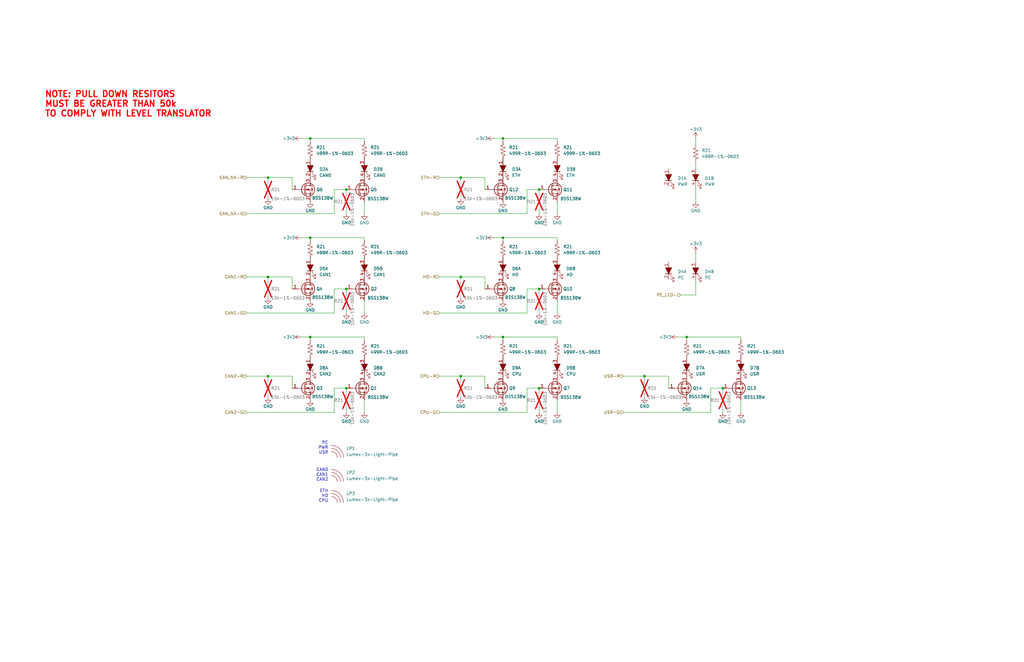
<source format=kicad_sch>
(kicad_sch (version 20231120) (generator "eeschema") (generator_version "8.0")
  (paper "B")
  (title_block (title "NX Indicator Board") (date "2023-08-28") (rev "1") (company "971 Spartan Robotics"))
  (lib_symbols
    (symbol "Device:R_US" (pin_numbers hide) (pin_names (offset 0))
      (property "Reference" "R" (at 2.54 0 90))
      (property "Value" "R_US" (at -2.54 0 90))
      (symbol "R_US_1_1"
        (pin passive line (at 0 3.81 270) (length 1.27) (name "~") (number "1"))
        (pin passive line (at 0 -3.81 90) (length 1.27) (name "~") (number "2"))
      )
    )
    (symbol "NX-IndicatorBoard:Lumex-3x-Light-Pipe" (pin_numbers hide) (pin_names (offset 0) hide)
      (property "Reference" "LP" (at 0 0 0))
      (property "Value" "Lumex-3x-Light-Pipe" (at 0 0 0))
    )
    (symbol "NX-IndicatorBoard:SunLED-Dual-LED" (pin_names (offset 1.016) hide)
      (property "Reference" "D" (at 0 2.54 0))
      (property "Value" "LED" (at 0 -2.54 0))
      (symbol "SunLED-Dual-LED_1_1"
        (pin passive line (at 3.81 0 180) (length 2.54) (name "RedA") (number "1"))
        (pin passive line (at -3.81 0 0) (length 2.54) (name "Red-K") (number "2"))
      )
      (symbol "SunLED-Dual-LED_2_1"
        (pin passive line (at 3.81 0 180) (length 2.54) (name "Green-A") (number "3"))
        (pin passive line (at -3.81 0 0) (length 2.54) (name "Green-K") (number "4"))
      )
    )
    (symbol "Transistor_FET:BSS138" (pin_names hide)
      (property "Reference" "Q" (at 5.08 1.905 0))
      (property "Value" "BSS138" (at 5.08 0 0))
      (symbol "BSS138_1_1"
        (pin input line (at -5.08 0 0) (length 2.54) (name "G") (number "1"))
        (pin passive line (at 2.54 -5.08 90) (length 2.54) (name "S") (number "2"))
        (pin passive line (at 2.54 5.08 270) (length 2.54) (name "D") (number "3"))
      )
    )
    (symbol "power:+3V3" (power) (pin_names (offset 0))
      (property "Value" "+3V3" (at 0 3.556 0))
      (symbol "+3V3_1_1"
        (pin power_in line (at 0 0 90) (length 0) hide (name "+3V3") (number "1"))
      )
    )
    (symbol "power:GND" (power) (pin_names (offset 0))
      (property "Value" "GND" (at 0 -3.81 0))
      (symbol "GND_1_1"
        (pin power_in line (at 0 0 270) (length 0) hide (name "GND") (number "1"))
      )
    )
  )
  (junction (at 194.31 74.93))
  (junction (at 113.03 116.84))
  (junction (at 212.09 58.42))
  (junction (at 194.31 158.75))
  (junction (at 227.33 80.01))
  (junction (at 227.33 163.83))
  (junction (at 146.05 163.83))
  (junction (at 289.56 142.24))
  (junction (at 304.8 163.83))
  (junction (at 130.81 58.42))
  (junction (at 146.05 80.01))
  (junction (at 271.78 158.75))
  (junction (at 146.05 121.92))
  (junction (at 130.81 100.33))
  (junction (at 212.09 100.33))
  (junction (at 194.31 116.84))
  (junction (at 130.81 142.24))
  (junction (at 212.09 142.24))
  (junction (at 227.33 121.92))
  (junction (at 113.03 74.93))
  (junction (at 113.03 158.75))
  (wire (pts (xy 271.78 158.75) (xy 271.78 160.02)))
  (wire (pts (xy 113.03 116.84) (xy 113.03 118.11)))
  (wire (pts (xy 185.42 116.84) (xy 194.31 116.84)))
  (wire (pts (xy 293.37 110.49) (xy 293.37 106.68)))
  (wire (pts (xy 146.05 173.99) (xy 146.05 172.72)))
  (wire (pts (xy 185.42 74.93) (xy 194.31 74.93)))
  (wire (pts (xy 234.95 85.09) (xy 234.95 90.17)))
  (wire (pts (xy 113.03 74.93) (xy 123.19 74.93)))
  (wire (pts (xy 127 100.33) (xy 130.81 100.33)))
  (wire (pts (xy 153.67 100.33) (xy 153.67 101.6)))
  (wire (pts (xy 262.89 158.75) (xy 271.78 158.75)))
  (wire (pts (xy 234.95 100.33) (xy 234.95 101.6)))
  (wire (pts (xy 104.14 116.84) (xy 113.03 116.84)))
  (wire (pts (xy 289.56 142.24) (xy 289.56 143.51)))
  (wire (pts (xy 287.02 124.46) (xy 293.37 124.46)))
  (wire (pts (xy 146.05 80.01) (xy 140.97 80.01)))
  (wire (pts (xy 234.95 142.24) (xy 234.95 143.51)))
  (wire (pts (xy 227.33 80.01) (xy 222.25 80.01)))
  (wire (pts (xy 104.14 74.93) (xy 113.03 74.93)))
  (wire (pts (xy 123.19 74.93) (xy 123.19 80.01)))
  (wire (pts (xy 146.05 81.28) (xy 146.05 80.01)))
  (wire (pts (xy 227.33 81.28) (xy 227.33 80.01)))
  (wire (pts (xy 312.42 142.24) (xy 312.42 143.51)))
  (wire (pts (xy 140.97 163.83) (xy 140.97 173.99)))
  (wire (pts (xy 185.42 173.99) (xy 222.25 173.99)))
  (wire (pts (xy 234.95 168.91) (xy 234.95 173.99)))
  (wire (pts (xy 146.05 165.1) (xy 146.05 163.83)))
  (wire (pts (xy 153.67 142.24) (xy 153.67 143.51)))
  (wire (pts (xy 293.37 71.12) (xy 293.37 68.58)))
  (wire (pts (xy 271.78 158.75) (xy 281.94 158.75)))
  (wire (pts (xy 146.05 90.17) (xy 146.05 88.9)))
  (wire (pts (xy 222.25 163.83) (xy 222.25 173.99)))
  (wire (pts (xy 208.28 100.33) (xy 212.09 100.33)))
  (wire (pts (xy 130.81 100.33) (xy 130.81 101.6)))
  (wire (pts (xy 194.31 74.93) (xy 194.31 76.2)))
  (wire (pts (xy 222.25 121.92) (xy 222.25 132.08)))
  (wire (pts (xy 227.33 132.08) (xy 227.33 130.81)))
  (wire (pts (xy 293.37 78.74) (xy 293.37 85.09)))
  (wire (pts (xy 227.33 163.83) (xy 222.25 163.83)))
  (wire (pts (xy 289.56 142.24) (xy 312.42 142.24)))
  (wire (pts (xy 104.14 132.08) (xy 140.97 132.08)))
  (wire (pts (xy 212.09 58.42) (xy 234.95 58.42)))
  (wire (pts (xy 113.03 74.93) (xy 113.03 76.2)))
  (wire (pts (xy 227.33 165.1) (xy 227.33 163.83)))
  (wire (pts (xy 194.31 158.75) (xy 204.47 158.75)))
  (wire (pts (xy 212.09 100.33) (xy 234.95 100.33)))
  (wire (pts (xy 123.19 116.84) (xy 123.19 121.92)))
  (wire (pts (xy 194.31 158.75) (xy 194.31 160.02)))
  (wire (pts (xy 130.81 142.24) (xy 153.67 142.24)))
  (wire (pts (xy 212.09 100.33) (xy 212.09 101.6)))
  (wire (pts (xy 212.09 142.24) (xy 212.09 143.51)))
  (wire (pts (xy 104.14 90.17) (xy 140.97 90.17)))
  (wire (pts (xy 227.33 173.99) (xy 227.33 172.72)))
  (wire (pts (xy 212.09 58.42) (xy 212.09 59.69)))
  (wire (pts (xy 194.31 116.84) (xy 194.31 118.11)))
  (wire (pts (xy 113.03 158.75) (xy 113.03 160.02)))
  (wire (pts (xy 222.25 80.01) (xy 222.25 90.17)))
  (wire (pts (xy 304.8 163.83) (xy 299.72 163.83)))
  (wire (pts (xy 227.33 123.19) (xy 227.33 121.92)))
  (wire (pts (xy 130.81 142.24) (xy 130.81 143.51)))
  (wire (pts (xy 194.31 74.93) (xy 204.47 74.93)))
  (wire (pts (xy 204.47 158.75) (xy 204.47 163.83)))
  (wire (pts (xy 146.05 163.83) (xy 140.97 163.83)))
  (wire (pts (xy 113.03 116.84) (xy 123.19 116.84)))
  (wire (pts (xy 153.67 58.42) (xy 153.67 59.69)))
  (wire (pts (xy 185.42 90.17) (xy 222.25 90.17)))
  (wire (pts (xy 113.03 158.75) (xy 123.19 158.75)))
  (wire (pts (xy 208.28 142.24) (xy 212.09 142.24)))
  (wire (pts (xy 299.72 163.83) (xy 299.72 173.99)))
  (wire (pts (xy 227.33 90.17) (xy 227.33 88.9)))
  (wire (pts (xy 212.09 142.24) (xy 234.95 142.24)))
  (wire (pts (xy 304.8 165.1) (xy 304.8 163.83)))
  (wire (pts (xy 104.14 173.99) (xy 140.97 173.99)))
  (wire (pts (xy 127 142.24) (xy 130.81 142.24)))
  (wire (pts (xy 312.42 168.91) (xy 312.42 173.99)))
  (wire (pts (xy 234.95 127) (xy 234.95 132.08)))
  (wire (pts (xy 185.42 132.08) (xy 222.25 132.08)))
  (wire (pts (xy 262.89 173.99) (xy 299.72 173.99)))
  (wire (pts (xy 130.81 100.33) (xy 153.67 100.33)))
  (wire (pts (xy 146.05 121.92) (xy 140.97 121.92)))
  (wire (pts (xy 123.19 158.75) (xy 123.19 163.83)))
  (wire (pts (xy 194.31 116.84) (xy 204.47 116.84)))
  (wire (pts (xy 185.42 158.75) (xy 194.31 158.75)))
  (wire (pts (xy 146.05 123.19) (xy 146.05 121.92)))
  (wire (pts (xy 146.05 132.08) (xy 146.05 130.81)))
  (wire (pts (xy 234.95 58.42) (xy 234.95 59.69)))
  (wire (pts (xy 285.75 142.24) (xy 289.56 142.24)))
  (wire (pts (xy 130.81 58.42) (xy 153.67 58.42)))
  (wire (pts (xy 153.67 168.91) (xy 153.67 173.99)))
  (wire (pts (xy 153.67 127) (xy 153.67 132.08)))
  (wire (pts (xy 304.8 173.99) (xy 304.8 172.72)))
  (wire (pts (xy 140.97 121.92) (xy 140.97 132.08)))
  (wire (pts (xy 208.28 58.42) (xy 212.09 58.42)))
  (wire (pts (xy 104.14 158.75) (xy 113.03 158.75)))
  (wire (pts (xy 204.47 74.93) (xy 204.47 80.01)))
  (wire (pts (xy 227.33 121.92) (xy 222.25 121.92)))
  (wire (pts (xy 153.67 85.09) (xy 153.67 90.17)))
  (wire (pts (xy 281.94 158.75) (xy 281.94 163.83)))
  (wire (pts (xy 293.37 58.42) (xy 293.37 60.96)))
  (wire (pts (xy 127 58.42) (xy 130.81 58.42)))
  (wire (pts (xy 140.97 80.01) (xy 140.97 90.17)))
  (wire (pts (xy 293.37 118.11) (xy 293.37 124.46)))
  (wire (pts (xy 130.81 58.42) (xy 130.81 59.69)))
  (wire (pts (xy 204.47 116.84) (xy 204.47 121.92)))
  (text "CAN0\nCAN1\nCAN2" (at 138.43 203.2 0) (effects (font (size 1.27 1.27)) (justify right bottom)))
  (text "PC\nPWR\nUSR" (at 138.43 191.77 0) (effects (font (size 1.27 1.27)) (justify right bottom)))
  (text "ETH\nHD\nCPU\n" (at 138.43 212.09 0) (effects (font (size 1.27 1.27)) (justify right bottom)))
  (text "NOTE: PULL DOWN RESITORS\nMUST BE GREATER THAN 50k\nTO COMPLY WITH LEVEL TRANSLATOR" (at 18.796 43.942 0) (effects (font (size 2.54 2.54) (thickness 0.508) (bold yes)) (justify left)))
  (hierarchical_label "CAN_NX-G" (shape input) (at 104.14 90.17 180))
  (hierarchical_label "HD-G" (shape input) (at 185.42 132.08 180))
  (hierarchical_label "USR-G" (shape input) (at 262.89 173.99 180))
  (hierarchical_label "USR-R" (shape input) (at 262.89 158.75 180))
  (hierarchical_label "PC_LED-" (shape input) (at 287.02 124.46 180))
  (hierarchical_label "CPU-G" (shape input) (at 185.42 173.99 180))
  (hierarchical_label "CAN2-G" (shape input) (at 104.14 173.99 180))
  (hierarchical_label "CAN1-R" (shape input) (at 104.14 116.84 180))
  (hierarchical_label "ETH-R" (shape input) (at 185.42 74.93 180))
  (hierarchical_label "CAN2-R" (shape input) (at 104.14 158.75 180))
  (hierarchical_label "CPU-R" (shape input) (at 185.42 158.75 180))
  (hierarchical_label "CAN_NX-R" (shape input) (at 104.14 74.93 180))
  (hierarchical_label "HD-R" (shape input) (at 185.42 116.84 180))
  (hierarchical_label "ETH-G" (shape input) (at 185.42 90.17 180))
  (hierarchical_label "CAN1-G" (shape input) (at 104.14 132.08 180))
  (symbol (lib_id "Device:R_US") (at 130.81 147.32 0) (mirror x) (unit 1)
    (property "Reference" "R21" (at 133.35 146.05 0) (effects (justify left)))
    (property "Value" "499R-1%-0603" (at 133.35 148.59 0) (effects (justify left)))
    (property "Footprint" "Resistor_SMD:R_0603_1608Metric" (effects (hide yes)))
    (property "Datasheet" "Components/Yageo-PYu-RC_Group_51_RoHS_L_12.pdf" (effects (hide yes)))
    (property "DIST" "Digikey" (effects (hide yes)))
    (instances (project "IMU-2X" (path "" (reference "R21") (unit 1)) (path "" (reference "R26") (unit 1))) (project "NX-IndicatorBoard" (path "" (reference "R27") (unit 1))))
  )
  (symbol (lib_id "power:GND") (at 227.33 173.99 0) (unit 1)
    (property "Reference" "#PWR039" (effects (hide yes)))
    (property "Value" "GND" (at 227.33 177.8 0))
  )
  (symbol (lib_id "Device:R_US") (at 113.03 80.01 0) (mirror x) (unit 1) (dnp yes)
    (property "Reference" "R21" (at 114.3 80.01 0) (effects (justify left)))
    (property "Value" "10k-1%-0603" (at 114.3 83.82 0) (effects (justify left)))
    (property "Footprint" "Resistor_SMD:R_0603_1608Metric" (effects (hide yes)))
    (property "Datasheet" "Components/Yageo-PYu-RC_Group_51_RoHS_L_12.pdf" (effects (hide yes)))
    (property "DIST" "Digikey" (effects (hide yes)))
    (instances (project "IMU-2X" (path "" (reference "R21") (unit 1)) (path "" (reference "R26") (unit 1))) (project "NX-IndicatorBoard" (path "" (reference "R6") (unit 1))))
  )
  (symbol (lib_id "power:+3V3") (at 285.75 142.24 90) (mirror x) (unit 1)
    (property "Reference" "#PWR044" (effects (hide yes)))
    (property "Value" "+3V3" (at 283.21 142.24 90) (effects (justify left)))
  )
  (symbol (lib_id "Device:R_US") (at 234.95 105.41 0) (mirror x) (unit 1)
    (property "Reference" "R21" (at 237.49 104.14 0) (effects (justify left)))
    (property "Value" "499R-1%-0603" (at 237.49 106.68 0) (effects (justify left)))
    (property "Footprint" "Resistor_SMD:R_0603_1608Metric" (effects (hide yes)))
    (property "Datasheet" "Components/Yageo-PYu-RC_Group_51_RoHS_L_12.pdf" (effects (hide yes)))
    (property "DIST" "Digikey" (effects (hide yes)))
    (instances (project "IMU-2X" (path "" (reference "R21") (unit 1)) (path "" (reference "R26") (unit 1))) (project "NX-IndicatorBoard" (path "" (reference "R20") (unit 1))))
  )
  (symbol (lib_id "NX-IndicatorBoard:SunLED-Dual-LED") (at 312.42 154.94 90) (unit 2)
    (property "Reference" "D7" (at 316.23 155.2575 90) (effects (justify right)))
    (property "Value" "USR" (at 316.23 157.7975 90) (effects (justify right)))
    (property "Footprint" "NX-IndicatorBoard:LED_SunLED_XZMDKVG55W-8" (effects (hide yes)))
    (property "Datasheet" "Components/SunLED-XZMDKVG55W-8.pdf" (effects (hide yes)))
    (property "MFG" "SunLED" (effects (hide yes)))
    (property "MFG P/N" "XZMDKVG55W-8" (effects (hide yes)))
    (property "DIST" "Digikey" (effects (hide yes)))
    (property "DIST P/N" "1497-1183-1-ND" (effects (hide yes)))
  )
  (symbol (lib_id "NX-IndicatorBoard:SunLED-Dual-LED") (at 153.67 113.03 90) (unit 2)
    (property "Reference" "D5" (at 157.48 113.3475 90) (effects (justify right)))
    (property "Value" "CAN1" (at 157.48 115.8875 90) (effects (justify right)))
    (property "Footprint" "NX-IndicatorBoard:LED_SunLED_XZMDKVG55W-8" (effects (hide yes)))
    (property "Datasheet" "Components/SunLED-XZMDKVG55W-8.pdf" (effects (hide yes)))
    (property "MFG" "SunLED" (effects (hide yes)))
    (property "MFG P/N" "XZMDKVG55W-8" (effects (hide yes)))
    (property "DIST" "Digikey" (effects (hide yes)))
    (property "DIST P/N" "1497-1183-1-ND" (effects (hide yes)))
  )
  (symbol (lib_id "power:GND") (at 312.42 173.99 0) (unit 1)
    (property "Reference" "#PWR047" (effects (hide yes)))
    (property "Value" "GND" (at 312.42 177.8 0))
  )
  (symbol (lib_id "Device:R_US") (at 130.81 63.5 0) (mirror x) (unit 1)
    (property "Reference" "R21" (at 133.35 62.23 0) (effects (justify left)))
    (property "Value" "499R-1%-0603" (at 133.35 64.77 0) (effects (justify left)))
    (property "Footprint" "Resistor_SMD:R_0603_1608Metric" (effects (hide yes)))
    (property "Datasheet" "Components/Yageo-PYu-RC_Group_51_RoHS_L_12.pdf" (effects (hide yes)))
    (property "DIST" "Digikey" (effects (hide yes)))
    (instances (project "IMU-2X" (path "" (reference "R21") (unit 1)) (path "" (reference "R26") (unit 1))) (project "NX-IndicatorBoard" (path "" (reference "R18") (unit 1))))
  )
  (symbol (lib_id "Transistor_FET:BSS138") (at 128.27 121.92 0) (unit 1)
    (property "Reference" "Q4" (at 133.35 121.92 0) (effects (justify left)))
    (property "Value" "BSS138W" (at 131.5869 125.4759 0) (effects (justify left)))
    (property "Footprint" "Package_TO_SOT_SMD:SOT-323_SC-70" (effects (hide yes)))
    (property "Datasheet" "Components/onsemi-BSS138W-D.pdf" (effects (hide yes)))
    (property "MFG" "onsemi" (effects (hide yes)))
    (property "MFG P/N" "BSS138W" (effects (hide yes)))
    (property "DIST" "Digikey" (effects (hide yes)))
    (property "DIST P/N" "BSS138WCT-ND" (effects (hide yes)))
  )
  (symbol (lib_id "Device:R_US") (at 212.09 105.41 0) (mirror x) (unit 1)
    (property "Reference" "R21" (at 214.63 104.14 0) (effects (justify left)))
    (property "Value" "499R-1%-0603" (at 214.63 106.68 0) (effects (justify left)))
    (property "Footprint" "Resistor_SMD:R_0603_1608Metric" (effects (hide yes)))
    (property "Datasheet" "Components/Yageo-PYu-RC_Group_51_RoHS_L_12.pdf" (effects (hide yes)))
    (property "DIST" "Digikey" (effects (hide yes)))
    (instances (project "IMU-2X" (path "" (reference "R21") (unit 1)) (path "" (reference "R26") (unit 1))) (project "NX-IndicatorBoard" (path "" (reference "R21") (unit 1))))
  )
  (symbol (lib_id "NX-IndicatorBoard:SunLED-Dual-LED") (at 293.37 74.93 90) (unit 2)
    (property "Reference" "D1" (at 297.18 75.2475 90) (effects (justify right)))
    (property "Value" "PWR" (at 297.18 77.7875 90) (effects (justify right)))
    (property "Footprint" "NX-IndicatorBoard:LED_SunLED_XZMDKVG55W-8" (effects (hide yes)))
    (property "Datasheet" "Components/SunLED-XZMDKVG55W-8.pdf" (effects (hide yes)))
    (property "MFG" "SunLED" (effects (hide yes)))
    (property "MFG P/N" "XZMDKVG55W-8" (effects (hide yes)))
    (property "DIST" "Digikey" (effects (hide yes)))
    (property "DIST P/N" "1497-1183-1-ND" (effects (hide yes)))
  )
  (symbol (lib_id "Device:R_US") (at 153.67 105.41 0) (mirror x) (unit 1)
    (property "Reference" "R21" (at 156.21 104.14 0) (effects (justify left)))
    (property "Value" "499R-1%-0603" (at 156.21 106.68 0) (effects (justify left)))
    (property "Footprint" "Resistor_SMD:R_0603_1608Metric" (effects (hide yes)))
    (property "Datasheet" "Components/Yageo-PYu-RC_Group_51_RoHS_L_12.pdf" (effects (hide yes)))
    (property "DIST" "Digikey" (effects (hide yes)))
    (instances (project "IMU-2X" (path "" (reference "R21") (unit 1)) (path "" (reference "R26") (unit 1))) (project "NX-IndicatorBoard" (path "" (reference "R22") (unit 1))))
  )
  (symbol (lib_id "Transistor_FET:BSS138") (at 232.41 80.01 0) (unit 1)
    (property "Reference" "Q11" (at 237.49 80.01 0) (effects (justify left)))
    (property "Value" "BSS138W" (at 236.22 83.82 0) (effects (justify left)))
    (property "Footprint" "Package_TO_SOT_SMD:SOT-323_SC-70" (effects (hide yes)))
    (property "Datasheet" "Components/onsemi-BSS138W-D.pdf" (effects (hide yes)))
    (property "MFG" "onsemi" (effects (hide yes)))
    (property "MFG P/N" "BSS138W" (effects (hide yes)))
    (property "DIST" "Digikey" (effects (hide yes)))
    (property "DIST P/N" "BSS138WCT-ND" (effects (hide yes)))
  )
  (symbol (lib_id "power:+3V3") (at 293.37 58.42 0) (unit 1)
    (property "Reference" "#PWR073" (effects (hide yes)))
    (property "Value" "+3V3" (at 293.37 54.61 0))
    (instances (project "IMU-2X" (path "" (reference "#PWR073") (unit 1)) (path "" (reference "#PWR082") (unit 1))) (project "NX-IndicatorBoard" (path "" (reference "#PWR018") (unit 1))))
  )
  (symbol (lib_id "Device:R_US") (at 130.81 105.41 0) (mirror x) (unit 1)
    (property "Reference" "R21" (at 133.35 104.14 0) (effects (justify left)))
    (property "Value" "499R-1%-0603" (at 133.35 106.68 0) (effects (justify left)))
    (property "Footprint" "Resistor_SMD:R_0603_1608Metric" (effects (hide yes)))
    (property "Datasheet" "Components/Yageo-PYu-RC_Group_51_RoHS_L_12.pdf" (effects (hide yes)))
    (property "DIST" "Digikey" (effects (hide yes)))
    (instances (project "IMU-2X" (path "" (reference "R21") (unit 1)) (path "" (reference "R26") (unit 1))) (project "NX-IndicatorBoard" (path "" (reference "R23") (unit 1))))
  )
  (symbol (lib_id "NX-IndicatorBoard:SunLED-Dual-LED") (at 212.09 71.12 90) (unit 1)
    (property "Reference" "D3" (at 215.9 71.4375 90) (effects (justify right)))
    (property "Value" "ETH" (at 215.9 73.9775 90) (effects (justify right)))
    (property "Footprint" "NX-IndicatorBoard:LED_SunLED_XZMDKVG55W-8" (effects (hide yes)))
    (property "Datasheet" "Components/SunLED-XZMDKVG55W-8.pdf" (effects (hide yes)))
    (property "MFG" "SunLED" (effects (hide yes)))
    (property "MFG P/N" "XZMDKVG55W-8" (effects (hide yes)))
    (property "DIST" "Digikey" (effects (hide yes)))
    (property "DIST P/N" "1497-1183-1-ND" (effects (hide yes)))
  )
  (symbol (lib_id "power:GND") (at 113.03 167.64 0) (unit 1)
    (property "Reference" "#PWR023" (effects (hide yes)))
    (property "Value" "GND" (at 113.03 171.45 0))
  )
  (symbol (lib_id "power:GND") (at 293.37 85.09 0) (unit 1)
    (property "Reference" "#PWR072" (effects (hide yes)))
    (property "Value" "GND" (at 293.37 88.9 0))
    (instances (project "IMU-2X" (path "" (reference "#PWR072") (unit 1)) (path "" (reference "#PWR083") (unit 1))) (project "NX-IndicatorBoard" (path "" (reference "#PWR019") (unit 1))))
  )
  (symbol (lib_id "Device:R_US") (at 146.05 85.09 0) (mirror x) (unit 1) (dnp yes)
    (property "Reference" "R21" (at 144.78 85.09 0) (effects (justify right)))
    (property "Value" "10k-1%-0603" (at 148.59 81.28 90) (effects (justify left)))
    (property "Footprint" "Resistor_SMD:R_0603_1608Metric" (effects (hide yes)))
    (property "Datasheet" "Components/Yageo-PYu-RC_Group_51_RoHS_L_12.pdf" (effects (hide yes)))
    (property "DIST" "Digikey" (effects (hide yes)))
    (instances (project "IMU-2X" (path "" (reference "R21") (unit 1)) (path "" (reference "R26") (unit 1))) (project "NX-IndicatorBoard" (path "" (reference "R5") (unit 1))))
  )
  (symbol (lib_id "Device:R_US") (at 194.31 121.92 0) (mirror x) (unit 1) (dnp yes)
    (property "Reference" "R21" (at 195.58 121.92 0) (effects (justify left)))
    (property "Value" "10k-1%-0603" (at 195.58 125.73 0) (effects (justify left)))
    (property "Footprint" "Resistor_SMD:R_0603_1608Metric" (effects (hide yes)))
    (property "Datasheet" "Components/Yageo-PYu-RC_Group_51_RoHS_L_12.pdf" (effects (hide yes)))
    (property "DIST" "Digikey" (effects (hide yes)))
    (instances (project "IMU-2X" (path "" (reference "R21") (unit 1)) (path "" (reference "R26") (unit 1))) (project "NX-IndicatorBoard" (path "" (reference "R8") (unit 1))))
  )
  (symbol (lib_id "Device:R_US") (at 289.56 147.32 0) (mirror x) (unit 1)
    (property "Reference" "R21" (at 292.1 146.05 0) (effects (justify left)))
    (property "Value" "499R-1%-0603" (at 292.1 148.59 0) (effects (justify left)))
    (property "Footprint" "Resistor_SMD:R_0603_1608Metric" (effects (hide yes)))
    (property "Datasheet" "Components/Yageo-PYu-RC_Group_51_RoHS_L_12.pdf" (effects (hide yes)))
    (property "DIST" "Digikey" (effects (hide yes)))
    (instances (project "IMU-2X" (path "" (reference "R21") (unit 1)) (path "" (reference "R26") (unit 1))) (project "NX-IndicatorBoard" (path "" (reference "R29") (unit 1))))
  )
  (symbol (lib_id "Device:R_US") (at 271.78 163.83 0) (mirror x) (unit 1) (dnp yes)
    (property "Reference" "R21" (at 273.05 163.83 0) (effects (justify left)))
    (property "Value" "10k-1%-0603" (at 273.05 167.64 0) (effects (justify left)))
    (property "Footprint" "Resistor_SMD:R_0603_1608Metric" (effects (hide yes)))
    (property "Datasheet" "Components/Yageo-PYu-RC_Group_51_RoHS_L_12.pdf" (effects (hide yes)))
    (property "DIST" "Digikey" (effects (hide yes)))
    (instances (project "IMU-2X" (path "" (reference "R21") (unit 1)) (path "" (reference "R26") (unit 1))) (project "NX-IndicatorBoard" (path "" (reference "R14") (unit 1))))
  )
  (symbol (lib_id "Transistor_FET:BSS138") (at 232.41 121.92 0) (unit 1)
    (property "Reference" "Q10" (at 237.49 121.92 0) (effects (justify left)))
    (property "Value" "BSS138W" (at 236.22 125.73 0) (effects (justify left)))
    (property "Footprint" "Package_TO_SOT_SMD:SOT-323_SC-70" (effects (hide yes)))
    (property "Datasheet" "Components/onsemi-BSS138W-D.pdf" (effects (hide yes)))
    (property "MFG" "onsemi" (effects (hide yes)))
    (property "MFG P/N" "BSS138W" (effects (hide yes)))
    (property "DIST" "Digikey" (effects (hide yes)))
    (property "DIST P/N" "BSS138WCT-ND" (effects (hide yes)))
  )
  (symbol (lib_id "Device:R_US") (at 212.09 63.5 0) (mirror x) (unit 1)
    (property "Reference" "R21" (at 214.63 62.23 0) (effects (justify left)))
    (property "Value" "499R-1%-0603" (at 214.63 64.77 0) (effects (justify left)))
    (property "Footprint" "Resistor_SMD:R_0603_1608Metric" (effects (hide yes)))
    (property "Datasheet" "Components/Yageo-PYu-RC_Group_51_RoHS_L_12.pdf" (effects (hide yes)))
    (property "DIST" "Digikey" (effects (hide yes)))
    (instances (project "IMU-2X" (path "" (reference "R21") (unit 1)) (path "" (reference "R26") (unit 1))) (project "NX-IndicatorBoard" (path "" (reference "R16") (unit 1))))
  )
  (symbol (lib_id "power:GND") (at 271.78 167.64 0) (unit 1)
    (property "Reference" "#PWR043" (effects (hide yes)))
    (property "Value" "GND" (at 271.78 171.45 0))
  )
  (symbol (lib_id "NX-IndicatorBoard:SunLED-Dual-LED") (at 234.95 71.12 90) (unit 2)
    (property "Reference" "D3" (at 238.76 71.4375 90) (effects (justify right)))
    (property "Value" "ETH" (at 238.76 73.9775 90) (effects (justify right)))
    (property "Footprint" "NX-IndicatorBoard:LED_SunLED_XZMDKVG55W-8" (effects (hide yes)))
    (property "Datasheet" "Components/SunLED-XZMDKVG55W-8.pdf" (effects (hide yes)))
    (property "MFG" "SunLED" (effects (hide yes)))
    (property "MFG P/N" "XZMDKVG55W-8" (effects (hide yes)))
    (property "DIST" "Digikey" (effects (hide yes)))
    (property "DIST P/N" "1497-1183-1-ND" (effects (hide yes)))
  )
  (symbol (lib_id "power:GND") (at 153.67 132.08 0) (unit 1)
    (property "Reference" "#PWR022" (effects (hide yes)))
    (property "Value" "GND" (at 153.67 135.89 0))
  )
  (symbol (lib_id "Transistor_FET:BSS138") (at 151.13 80.01 0) (unit 1)
    (property "Reference" "Q5" (at 156.21 80.01 0) (effects (justify left)))
    (property "Value" "BSS138W" (at 154.94 83.82 0) (effects (justify left)))
    (property "Footprint" "Package_TO_SOT_SMD:SOT-323_SC-70" (effects (hide yes)))
    (property "Datasheet" "Components/onsemi-BSS138W-D.pdf" (effects (hide yes)))
    (property "MFG" "onsemi" (effects (hide yes)))
    (property "MFG P/N" "BSS138W" (effects (hide yes)))
    (property "DIST" "Digikey" (effects (hide yes)))
    (property "DIST P/N" "BSS138WCT-ND" (effects (hide yes)))
  )
  (symbol (lib_id "Device:R_US") (at 312.42 147.32 0) (mirror x) (unit 1)
    (property "Reference" "R21" (at 314.96 146.05 0) (effects (justify left)))
    (property "Value" "499R-1%-0603" (at 314.96 148.59 0) (effects (justify left)))
    (property "Footprint" "Resistor_SMD:R_0603_1608Metric" (effects (hide yes)))
    (property "Datasheet" "Components/Yageo-PYu-RC_Group_51_RoHS_L_12.pdf" (effects (hide yes)))
    (property "DIST" "Digikey" (effects (hide yes)))
    (instances (project "IMU-2X" (path "" (reference "R21") (unit 1)) (path "" (reference "R26") (unit 1))) (project "NX-IndicatorBoard" (path "" (reference "R28") (unit 1))))
  )
  (symbol (lib_id "power:+3V3") (at 127 100.33 90) (mirror x) (unit 1)
    (property "Reference" "#PWR017" (effects (hide yes)))
    (property "Value" "+3V3" (at 124.46 100.33 90) (effects (justify left)))
  )
  (symbol (lib_id "power:GND") (at 304.8 173.99 0) (unit 1)
    (property "Reference" "#PWR046" (effects (hide yes)))
    (property "Value" "GND" (at 304.8 177.8 0))
  )
  (symbol (lib_id "power:GND") (at 234.95 90.17 0) (unit 1)
    (property "Reference" "#PWR040" (effects (hide yes)))
    (property "Value" "GND" (at 234.95 93.98 0))
  )
  (symbol (lib_id "power:GND") (at 130.81 168.91 0) (unit 1)
    (property "Reference" "#PWR025" (effects (hide yes)))
    (property "Value" "GND" (at 130.81 172.72 0))
  )
  (symbol (lib_id "Device:R_US") (at 227.33 168.91 0) (mirror x) (unit 1) (dnp yes)
    (property "Reference" "R21" (at 226.06 168.91 0) (effects (justify right)))
    (property "Value" "10k-1%-0603" (at 229.87 165.1 90) (effects (justify left)))
    (property "Footprint" "Resistor_SMD:R_0603_1608Metric" (effects (hide yes)))
    (property "Datasheet" "Components/Yageo-PYu-RC_Group_51_RoHS_L_12.pdf" (effects (hide yes)))
    (property "DIST" "Digikey" (effects (hide yes)))
    (instances (project "IMU-2X" (path "" (reference "R21") (unit 1)) (path "" (reference "R26") (unit 1))) (project "NX-IndicatorBoard" (path "" (reference "R7") (unit 1))))
  )
  (symbol (lib_id "Device:R_US") (at 212.09 147.32 0) (mirror x) (unit 1)
    (property "Reference" "R21" (at 214.63 146.05 0) (effects (justify left)))
    (property "Value" "499R-1%-0603" (at 214.63 148.59 0) (effects (justify left)))
    (property "Footprint" "Resistor_SMD:R_0603_1608Metric" (effects (hide yes)))
    (property "Datasheet" "Components/Yageo-PYu-RC_Group_51_RoHS_L_12.pdf" (effects (hide yes)))
    (property "DIST" "Digikey" (effects (hide yes)))
    (instances (project "IMU-2X" (path "" (reference "R21") (unit 1)) (path "" (reference "R26") (unit 1))) (project "NX-IndicatorBoard" (path "" (reference "R25") (unit 1))))
  )
  (symbol (lib_id "Device:R_US") (at 194.31 163.83 0) (mirror x) (unit 1) (dnp yes)
    (property "Reference" "R21" (at 195.58 163.83 0) (effects (justify left)))
    (property "Value" "10k-1%-0603" (at 195.58 167.64 0) (effects (justify left)))
    (property "Footprint" "Resistor_SMD:R_0603_1608Metric" (effects (hide yes)))
    (property "Datasheet" "Components/Yageo-PYu-RC_Group_51_RoHS_L_12.pdf" (effects (hide yes)))
    (property "DIST" "Digikey" (effects (hide yes)))
    (instances (project "IMU-2X" (path "" (reference "R21") (unit 1)) (path "" (reference "R26") (unit 1))) (project "NX-IndicatorBoard" (path "" (reference "R9") (unit 1))))
  )
  (symbol (lib_id "power:GND") (at 153.67 90.17 0) (unit 1)
    (property "Reference" "#PWR014" (effects (hide yes)))
    (property "Value" "GND" (at 153.67 93.98 0))
  )
  (symbol (lib_id "power:GND") (at 194.31 83.82 0) (unit 1)
    (property "Reference" "#PWR028" (effects (hide yes)))
    (property "Value" "GND" (at 194.31 87.63 0))
  )
  (symbol (lib_id "Device:R_US") (at 113.03 163.83 0) (mirror x) (unit 1) (dnp yes)
    (property "Reference" "R21" (at 114.3 163.83 0) (effects (justify left)))
    (property "Value" "10k-1%-0603" (at 114.3 167.64 0) (effects (justify left)))
    (property "Footprint" "Resistor_SMD:R_0603_1608Metric" (effects (hide yes)))
    (property "Datasheet" "Components/Yageo-PYu-RC_Group_51_RoHS_L_12.pdf" (effects (hide yes)))
    (property "DIST" "Digikey" (effects (hide yes)))
    (instances (project "IMU-2X" (path "" (reference "R21") (unit 1)) (path "" (reference "R26") (unit 1))) (project "NX-IndicatorBoard" (path "" (reference "R3") (unit 1))))
  )
  (symbol (lib_id "power:+3V3") (at 208.28 100.33 90) (mirror x) (unit 1)
    (property "Reference" "#PWR032" (effects (hide yes)))
    (property "Value" "+3V3" (at 205.74 100.33 90) (effects (justify left)))
  )
  (symbol (lib_id "Device:R_US") (at 153.67 147.32 0) (mirror x) (unit 1)
    (property "Reference" "R21" (at 156.21 146.05 0) (effects (justify left)))
    (property "Value" "499R-1%-0603" (at 156.21 148.59 0) (effects (justify left)))
    (property "Footprint" "Resistor_SMD:R_0603_1608Metric" (effects (hide yes)))
    (property "Datasheet" "Components/Yageo-PYu-RC_Group_51_RoHS_L_12.pdf" (effects (hide yes)))
    (property "DIST" "Digikey" (effects (hide yes)))
    (instances (project "IMU-2X" (path "" (reference "R21") (unit 1)) (path "" (reference "R26") (unit 1))) (project "NX-IndicatorBoard" (path "" (reference "R26") (unit 1))))
  )
  (symbol (lib_id "power:GND") (at 234.95 173.99 0) (unit 1)
    (property "Reference" "#PWR042" (effects (hide yes)))
    (property "Value" "GND" (at 234.95 177.8 0))
  )
  (symbol (lib_id "NX-IndicatorBoard:SunLED-Dual-LED") (at 281.94 74.93 90) (unit 1)
    (property "Reference" "D1" (at 285.75 75.2475 90) (effects (justify right)))
    (property "Value" "PWR" (at 285.75 77.7875 90) (effects (justify right)))
    (property "Footprint" "NX-IndicatorBoard:LED_SunLED_XZMDKVG55W-8" (effects (hide yes)))
    (property "Datasheet" "Components/SunLED-XZMDKVG55W-8.pdf" (effects (hide yes)))
    (property "MFG" "SunLED" (effects (hide yes)))
    (property "MFG P/N" "XZMDKVG55W-8" (effects (hide yes)))
    (property "DIST" "Digikey" (effects (hide yes)))
    (property "DIST P/N" "1497-1183-1-ND" (effects (hide yes)))
  )
  (symbol (lib_id "Device:R_US") (at 146.05 168.91 0) (mirror x) (unit 1) (dnp yes)
    (property "Reference" "R21" (at 144.78 168.91 0) (effects (justify right)))
    (property "Value" "10k-1%-0603" (at 148.59 165.1 90) (effects (justify left)))
    (property "Footprint" "Resistor_SMD:R_0603_1608Metric" (effects (hide yes)))
    (property "Datasheet" "Components/Yageo-PYu-RC_Group_51_RoHS_L_12.pdf" (effects (hide yes)))
    (property "DIST" "Digikey" (effects (hide yes)))
    (instances (project "IMU-2X" (path "" (reference "R21") (unit 1)) (path "" (reference "R26") (unit 1))) (project "NX-IndicatorBoard" (path "" (reference "R1") (unit 1))))
  )
  (symbol (lib_id "Transistor_FET:BSS138") (at 209.55 163.83 0) (unit 1)
    (property "Reference" "Q9" (at 214.63 163.83 0) (effects (justify left)))
    (property "Value" "BSS138W" (at 212.8669 167.3859 0) (effects (justify left)))
    (property "Footprint" "Package_TO_SOT_SMD:SOT-323_SC-70" (effects (hide yes)))
    (property "Datasheet" "Components/onsemi-BSS138W-D.pdf" (effects (hide yes)))
    (property "MFG" "onsemi" (effects (hide yes)))
    (property "MFG P/N" "BSS138W" (effects (hide yes)))
    (property "DIST" "Digikey" (effects (hide yes)))
    (property "DIST P/N" "BSS138WCT-ND" (effects (hide yes)))
  )
  (symbol (lib_id "power:+3V3") (at 293.37 106.68 0) (unit 1)
    (property "Reference" "#PWR073" (effects (hide yes)))
    (property "Value" "+3V3" (at 293.37 102.87 0))
    (instances (project "IMU-2X" (path "" (reference "#PWR073") (unit 1)) (path "" (reference "#PWR082") (unit 1))) (project "NX-IndicatorBoard" (path "" (reference "#PWR012") (unit 1))))
  )
  (symbol (lib_id "NX-IndicatorBoard:SunLED-Dual-LED") (at 212.09 154.94 90) (unit 1)
    (property "Reference" "D9" (at 215.9 155.2575 90) (effects (justify right)))
    (property "Value" "CPU" (at 215.9 157.7975 90) (effects (justify right)))
    (property "Footprint" "NX-IndicatorBoard:LED_SunLED_XZMDKVG55W-8" (effects (hide yes)))
    (property "Datasheet" "Components/SunLED-XZMDKVG55W-8.pdf" (effects (hide yes)))
    (property "MFG" "SunLED" (effects (hide yes)))
    (property "MFG P/N" "XZMDKVG55W-8" (effects (hide yes)))
    (property "DIST" "Digikey" (effects (hide yes)))
    (property "DIST P/N" "1497-1183-1-ND" (effects (hide yes)))
  )
  (symbol (lib_id "power:+3V3") (at 208.28 142.24 90) (mirror x) (unit 1)
    (property "Reference" "#PWR033" (effects (hide yes)))
    (property "Value" "+3V3" (at 205.74 142.24 90) (effects (justify left)))
  )
  (symbol (lib_id "NX-IndicatorBoard:SunLED-Dual-LED") (at 153.67 154.94 90) (unit 2)
    (property "Reference" "D8" (at 157.48 155.2575 90) (effects (justify right)))
    (property "Value" "CAN2" (at 157.48 157.7975 90) (effects (justify right)))
    (property "Footprint" "NX-IndicatorBoard:LED_SunLED_XZMDKVG55W-8" (effects (hide yes)))
    (property "Datasheet" "Components/SunLED-XZMDKVG55W-8.pdf" (effects (hide yes)))
    (property "MFG" "SunLED" (effects (hide yes)))
    (property "MFG P/N" "XZMDKVG55W-8" (effects (hide yes)))
    (property "DIST" "Digikey" (effects (hide yes)))
    (property "DIST P/N" "1497-1183-1-ND" (effects (hide yes)))
  )
  (symbol (lib_id "power:GND") (at 113.03 125.73 0) (unit 1)
    (property "Reference" "#PWR016" (effects (hide yes)))
    (property "Value" "GND" (at 113.03 129.54 0))
  )
  (symbol (lib_id "power:+3V3") (at 127 142.24 90) (mirror x) (unit 1)
    (property "Reference" "#PWR024" (effects (hide yes)))
    (property "Value" "+3V3" (at 124.46 142.24 90) (effects (justify left)))
  )
  (symbol (lib_id "power:GND") (at 146.05 90.17 0) (unit 1)
    (property "Reference" "#PWR08" (effects (hide yes)))
    (property "Value" "GND" (at 146.05 93.98 0))
  )
  (symbol (lib_id "Device:R_US") (at 194.31 80.01 0) (mirror x) (unit 1) (dnp yes)
    (property "Reference" "R21" (at 195.58 80.01 0) (effects (justify left)))
    (property "Value" "10k-1%-0603" (at 195.58 83.82 0) (effects (justify left)))
    (property "Footprint" "Resistor_SMD:R_0603_1608Metric" (effects (hide yes)))
    (property "Datasheet" "Components/Yageo-PYu-RC_Group_51_RoHS_L_12.pdf" (effects (hide yes)))
    (property "DIST" "Digikey" (effects (hide yes)))
    (instances (project "IMU-2X" (path "" (reference "R21") (unit 1)) (path "" (reference "R26") (unit 1))) (project "NX-IndicatorBoard" (path "" (reference "R12") (unit 1))))
  )
  (symbol (lib_id "power:GND") (at 234.95 132.08 0) (unit 1)
    (property "Reference" "#PWR041" (effects (hide yes)))
    (property "Value" "GND" (at 234.95 135.89 0))
  )
  (symbol (lib_id "Device:R_US") (at 234.95 63.5 0) (mirror x) (unit 1)
    (property "Reference" "R21" (at 237.49 62.23 0) (effects (justify left)))
    (property "Value" "499R-1%-0603" (at 237.49 64.77 0) (effects (justify left)))
    (property "Footprint" "Resistor_SMD:R_0603_1608Metric" (effects (hide yes)))
    (property "Datasheet" "Components/Yageo-PYu-RC_Group_51_RoHS_L_12.pdf" (effects (hide yes)))
    (property "DIST" "Digikey" (effects (hide yes)))
    (instances (project "IMU-2X" (path "" (reference "R21") (unit 1)) (path "" (reference "R26") (unit 1))) (project "NX-IndicatorBoard" (path "" (reference "R15") (unit 1))))
  )
  (symbol (lib_id "NX-IndicatorBoard:SunLED-Dual-LED") (at 234.95 154.94 90) (unit 2)
    (property "Reference" "D9" (at 238.76 155.2575 90) (effects (justify right)))
    (property "Value" "CPU" (at 238.76 157.7975 90) (effects (justify right)))
    (property "Footprint" "NX-IndicatorBoard:LED_SunLED_XZMDKVG55W-8" (effects (hide yes)))
    (property "Datasheet" "Components/SunLED-XZMDKVG55W-8.pdf" (effects (hide yes)))
    (property "MFG" "SunLED" (effects (hide yes)))
    (property "MFG P/N" "XZMDKVG55W-8" (effects (hide yes)))
    (property "DIST" "Digikey" (effects (hide yes)))
    (property "DIST P/N" "1497-1183-1-ND" (effects (hide yes)))
  )
  (symbol (lib_id "power:GND") (at 227.33 132.08 0) (unit 1)
    (property "Reference" "#PWR038" (effects (hide yes)))
    (property "Value" "GND" (at 227.33 135.89 0))
  )
  (symbol (lib_id "power:GND") (at 212.09 127 0) (unit 1)
    (property "Reference" "#PWR035" (effects (hide yes)))
    (property "Value" "GND" (at 212.09 130.81 0))
  )
  (symbol (lib_id "Transistor_FET:BSS138") (at 309.88 163.83 0) (unit 1)
    (property "Reference" "Q13" (at 314.96 163.83 0) (effects (justify left)))
    (property "Value" "BSS138W" (at 313.69 167.64 0) (effects (justify left)))
    (property "Footprint" "Package_TO_SOT_SMD:SOT-323_SC-70" (effects (hide yes)))
    (property "Datasheet" "Components/onsemi-BSS138W-D.pdf" (effects (hide yes)))
    (property "MFG" "onsemi" (effects (hide yes)))
    (property "MFG P/N" "BSS138W" (effects (hide yes)))
    (property "DIST" "Digikey" (effects (hide yes)))
    (property "DIST P/N" "BSS138WCT-ND" (effects (hide yes)))
  )
  (symbol (lib_id "Device:R_US") (at 304.8 168.91 0) (mirror x) (unit 1) (dnp yes)
    (property "Reference" "R21" (at 303.53 168.91 0) (effects (justify right)))
    (property "Value" "10k-1%-0603" (at 307.34 165.1 90) (effects (justify left)))
    (property "Footprint" "Resistor_SMD:R_0603_1608Metric" (effects (hide yes)))
    (property "Datasheet" "Components/Yageo-PYu-RC_Group_51_RoHS_L_12.pdf" (effects (hide yes)))
    (property "DIST" "Digikey" (effects (hide yes)))
    (instances (project "IMU-2X" (path "" (reference "R21") (unit 1)) (path "" (reference "R26") (unit 1))) (project "NX-IndicatorBoard" (path "" (reference "R13") (unit 1))))
  )
  (symbol (lib_id "Device:R_US") (at 227.33 127 0) (mirror x) (unit 1) (dnp yes)
    (property "Reference" "R21" (at 226.06 127 0) (effects (justify right)))
    (property "Value" "10k-1%-0603" (at 229.87 123.19 90) (effects (justify left)))
    (property "Footprint" "Resistor_SMD:R_0603_1608Metric" (effects (hide yes)))
    (property "Datasheet" "Components/Yageo-PYu-RC_Group_51_RoHS_L_12.pdf" (effects (hide yes)))
    (property "DIST" "Digikey" (effects (hide yes)))
    (instances (project "IMU-2X" (path "" (reference "R21") (unit 1)) (path "" (reference "R26") (unit 1))) (project "NX-IndicatorBoard" (path "" (reference "R10") (unit 1))))
  )
  (symbol (lib_id "Transistor_FET:BSS138") (at 232.41 163.83 0) (unit 1)
    (property "Reference" "Q7" (at 237.49 163.83 0) (effects (justify left)))
    (property "Value" "BSS138W" (at 236.22 167.64 0) (effects (justify left)))
    (property "Footprint" "Package_TO_SOT_SMD:SOT-323_SC-70" (effects (hide yes)))
    (property "Datasheet" "Components/onsemi-BSS138W-D.pdf" (effects (hide yes)))
    (property "MFG" "onsemi" (effects (hide yes)))
    (property "MFG P/N" "BSS138W" (effects (hide yes)))
    (property "DIST" "Digikey" (effects (hide yes)))
    (property "DIST P/N" "BSS138WCT-ND" (effects (hide yes)))
  )
  (symbol (lib_id "NX-IndicatorBoard:Lumex-3x-Light-Pipe") (at 139.7 203.2 0) (unit 1)
    (property "Reference" "LP2" (at 146.05 199.3809 0) (effects (justify left)))
    (property "Value" "Lumex-3x-Light-Pipe" (at 146.05 201.9209 0) (effects (justify left)))
    (property "Footprint" "NX-IndicatorBoard:LUMEX-LPF-C013301S" (effects (hide yes)))
    (property "Datasheet" "Components/Lumex-3x-LightPipe-LPF-C013301S.pdf" (effects (hide yes)))
    (property "MFG" "Lumex" (effects (hide yes)))
    (property "MFG P/N" "LPF-C013301S" (effects (hide yes)))
    (property "DIST" "Digikey" (effects (hide yes)))
    (property "DIST P/N" "67-1851-ND" (effects (hide yes)))
  )
  (symbol (lib_id "power:GND") (at 212.09 85.09 0) (unit 1)
    (property "Reference" "#PWR034" (effects (hide yes)))
    (property "Value" "GND" (at 212.09 88.9 0))
  )
  (symbol (lib_id "Device:R_US") (at 146.05 127 0) (mirror x) (unit 1) (dnp yes)
    (property "Reference" "R21" (at 144.78 127 0) (effects (justify right)))
    (property "Value" "10k-1%-0603" (at 148.59 123.19 90) (effects (justify left)))
    (property "Footprint" "Resistor_SMD:R_0603_1608Metric" (effects (hide yes)))
    (property "Datasheet" "Components/Yageo-PYu-RC_Group_51_RoHS_L_12.pdf" (effects (hide yes)))
    (property "DIST" "Digikey" (effects (hide yes)))
    (instances (project "IMU-2X" (path "" (reference "R21") (unit 1)) (path "" (reference "R26") (unit 1))) (project "NX-IndicatorBoard" (path "" (reference "R2") (unit 1))))
  )
  (symbol (lib_id "Device:R_US") (at 293.37 64.77 0) (mirror x) (unit 1)
    (property "Reference" "R21" (at 295.91 63.5 0) (effects (justify left)))
    (property "Value" "499R-1%-0603" (at 295.91 66.04 0) (effects (justify left)))
    (property "Footprint" "Resistor_SMD:R_0603_1608Metric" (effects (hide yes)))
    (property "Datasheet" "Components/Yageo-PYu-RC_Group_51_RoHS_L_12.pdf" (effects (hide yes)))
    (property "DIST" "Digikey" (effects (hide yes)))
    (instances (project "IMU-2X" (path "" (reference "R21") (unit 1)) (path "" (reference "R26") (unit 1))) (project "NX-IndicatorBoard" (path "" (reference "R19") (unit 1))))
  )
  (symbol (lib_id "power:GND") (at 194.31 167.64 0) (unit 1)
    (property "Reference" "#PWR030" (effects (hide yes)))
    (property "Value" "GND" (at 194.31 171.45 0))
  )
  (symbol (lib_id "NX-IndicatorBoard:SunLED-Dual-LED") (at 153.67 71.12 90) (unit 2)
    (property "Reference" "D2" (at 157.48 71.4375 90) (effects (justify right)))
    (property "Value" "CAN0" (at 157.48 73.9775 90) (effects (justify right)))
    (property "Footprint" "NX-IndicatorBoard:LED_SunLED_XZMDKVG55W-8" (effects (hide yes)))
    (property "Datasheet" "Components/SunLED-XZMDKVG55W-8.pdf" (effects (hide yes)))
    (property "MFG" "SunLED" (effects (hide yes)))
    (property "MFG P/N" "XZMDKVG55W-8" (effects (hide yes)))
    (property "DIST" "Digikey" (effects (hide yes)))
    (property "DIST P/N" "1497-1183-1-ND" (effects (hide yes)))
  )
  (symbol (lib_id "Transistor_FET:BSS138") (at 151.13 121.92 0) (unit 1)
    (property "Reference" "Q2" (at 156.21 121.92 0) (effects (justify left)))
    (property "Value" "BSS138W" (at 154.94 125.73 0) (effects (justify left)))
    (property "Footprint" "Package_TO_SOT_SMD:SOT-323_SC-70" (effects (hide yes)))
    (property "Datasheet" "Components/onsemi-BSS138W-D.pdf" (effects (hide yes)))
    (property "MFG" "onsemi" (effects (hide yes)))
    (property "MFG P/N" "BSS138W" (effects (hide yes)))
    (property "DIST" "Digikey" (effects (hide yes)))
    (property "DIST P/N" "BSS138WCT-ND" (effects (hide yes)))
  )
  (symbol (lib_id "Transistor_FET:BSS138") (at 151.13 163.83 0) (unit 1)
    (property "Reference" "Q1" (at 156.21 163.83 0) (effects (justify left)))
    (property "Value" "BSS138W" (at 154.94 167.64 0) (effects (justify left)))
    (property "Footprint" "Package_TO_SOT_SMD:SOT-323_SC-70" (effects (hide yes)))
    (property "Datasheet" "Components/onsemi-BSS138W-D.pdf" (effects (hide yes)))
    (property "MFG" "onsemi" (effects (hide yes)))
    (property "MFG P/N" "BSS138W" (effects (hide yes)))
    (property "DIST" "Digikey" (effects (hide yes)))
    (property "DIST P/N" "BSS138WCT-ND" (effects (hide yes)))
  )
  (symbol (lib_id "NX-IndicatorBoard:Lumex-3x-Light-Pipe") (at 139.7 193.04 0) (unit 1)
    (property "Reference" "LP1" (at 146.05 189.2209 0) (effects (justify left)))
    (property "Value" "Lumex-3x-Light-Pipe" (at 146.05 191.7609 0) (effects (justify left)))
    (property "Footprint" "NX-IndicatorBoard:LUMEX-LPF-C013301S" (effects (hide yes)))
    (property "Datasheet" "Components/Lumex-3x-LightPipe-LPF-C013301S.pdf" (effects (hide yes)))
    (property "MFG" "Lumex" (effects (hide yes)))
    (property "MFG P/N" "LPF-C013301S" (effects (hide yes)))
    (property "DIST" "Digikey" (effects (hide yes)))
    (property "DIST P/N" "67-1851-ND" (effects (hide yes)))
  )
  (symbol (lib_id "NX-IndicatorBoard:Lumex-3x-Light-Pipe") (at 139.7 212.09 0) (unit 1)
    (property "Reference" "LP3" (at 146.05 208.2709 0) (effects (justify left)))
    (property "Value" "Lumex-3x-Light-Pipe" (at 146.05 210.8109 0) (effects (justify left)))
    (property "Footprint" "NX-IndicatorBoard:LUMEX-LPF-C013301S" (effects (hide yes)))
    (property "Datasheet" "Components/Lumex-3x-LightPipe-LPF-C013301S.pdf" (effects (hide yes)))
    (property "MFG" "Lumex" (effects (hide yes)))
    (property "MFG P/N" "LPF-C013301S" (effects (hide yes)))
    (property "DIST" "Digikey" (effects (hide yes)))
    (property "DIST P/N" "67-1851-ND" (effects (hide yes)))
  )
  (symbol (lib_id "power:+3V3") (at 127 58.42 90) (mirror x) (unit 1)
    (property "Reference" "#PWR011" (effects (hide yes)))
    (property "Value" "+3V3" (at 124.46 58.42 90) (effects (justify left)))
  )
  (symbol (lib_id "NX-IndicatorBoard:SunLED-Dual-LED") (at 281.94 114.3 90) (unit 1)
    (property "Reference" "D4" (at 285.75 114.6175 90) (effects (justify right)))
    (property "Value" "PC" (at 285.75 117.1575 90) (effects (justify right)))
    (property "Footprint" "NX-IndicatorBoard:LED_SunLED_XZMDKVG55W-8" (effects (hide yes)))
    (property "Datasheet" "Components/SunLED-XZMDKVG55W-8.pdf" (effects (hide yes)))
    (property "MFG" "SunLED" (effects (hide yes)))
    (property "MFG P/N" "XZMDKVG55W-8" (effects (hide yes)))
    (property "DIST" "Digikey" (effects (hide yes)))
    (property "DIST P/N" "1497-1183-1-ND" (effects (hide yes)))
  )
  (symbol (lib_id "Device:R_US") (at 153.67 63.5 0) (mirror x) (unit 1)
    (property "Reference" "R21" (at 156.21 62.23 0) (effects (justify left)))
    (property "Value" "499R-1%-0603" (at 156.21 64.77 0) (effects (justify left)))
    (property "Footprint" "Resistor_SMD:R_0603_1608Metric" (effects (hide yes)))
    (property "Datasheet" "Components/Yageo-PYu-RC_Group_51_RoHS_L_12.pdf" (effects (hide yes)))
    (property "DIST" "Digikey" (effects (hide yes)))
    (instances (project "IMU-2X" (path "" (reference "R21") (unit 1)) (path "" (reference "R26") (unit 1))) (project "NX-IndicatorBoard" (path "" (reference "R17") (unit 1))))
  )
  (symbol (lib_id "power:GND") (at 130.81 127 0) (unit 1)
    (property "Reference" "#PWR020" (effects (hide yes)))
    (property "Value" "GND" (at 130.81 130.81 0))
  )
  (symbol (lib_id "Transistor_FET:BSS138") (at 209.55 80.01 0) (unit 1)
    (property "Reference" "Q12" (at 214.63 80.01 0) (effects (justify left)))
    (property "Value" "BSS138W" (at 212.8669 83.5659 0) (effects (justify left)))
    (property "Footprint" "Package_TO_SOT_SMD:SOT-323_SC-70" (effects (hide yes)))
    (property "Datasheet" "Components/onsemi-BSS138W-D.pdf" (effects (hide yes)))
    (property "MFG" "onsemi" (effects (hide yes)))
    (property "MFG P/N" "BSS138W" (effects (hide yes)))
    (property "DIST" "Digikey" (effects (hide yes)))
    (property "DIST P/N" "BSS138WCT-ND" (effects (hide yes)))
  )
  (symbol (lib_id "Device:R_US") (at 227.33 85.09 0) (mirror x) (unit 1) (dnp yes)
    (property "Reference" "R21" (at 226.06 85.09 0) (effects (justify right)))
    (property "Value" "10k-1%-0603" (at 229.87 81.28 90) (effects (justify left)))
    (property "Footprint" "Resistor_SMD:R_0603_1608Metric" (effects (hide yes)))
    (property "Datasheet" "Components/Yageo-PYu-RC_Group_51_RoHS_L_12.pdf" (effects (hide yes)))
    (property "DIST" "Digikey" (effects (hide yes)))
    (instances (project "IMU-2X" (path "" (reference "R21") (unit 1)) (path "" (reference "R26") (unit 1))) (project "NX-IndicatorBoard" (path "" (reference "R11") (unit 1))))
  )
  (symbol (lib_id "power:GND") (at 146.05 132.08 0) (unit 1)
    (property "Reference" "#PWR021" (effects (hide yes)))
    (property "Value" "GND" (at 146.05 135.89 0))
  )
  (symbol (lib_id "power:GND") (at 153.67 173.99 0) (unit 1)
    (property "Reference" "#PWR027" (effects (hide yes)))
    (property "Value" "GND" (at 153.67 177.8 0))
  )
  (symbol (lib_id "Transistor_FET:BSS138") (at 209.55 121.92 0) (unit 1)
    (property "Reference" "Q8" (at 214.63 121.92 0) (effects (justify left)))
    (property "Value" "BSS138W" (at 212.8669 125.4759 0) (effects (justify left)))
    (property "Footprint" "Package_TO_SOT_SMD:SOT-323_SC-70" (effects (hide yes)))
    (property "Datasheet" "Components/onsemi-BSS138W-D.pdf" (effects (hide yes)))
    (property "MFG" "onsemi" (effects (hide yes)))
    (property "MFG P/N" "BSS138W" (effects (hide yes)))
    (property "DIST" "Digikey" (effects (hide yes)))
    (property "DIST P/N" "BSS138WCT-ND" (effects (hide yes)))
  )
  (symbol (lib_id "power:GND") (at 146.05 173.99 0) (unit 1)
    (property "Reference" "#PWR026" (effects (hide yes)))
    (property "Value" "GND" (at 146.05 177.8 0))
  )
  (symbol (lib_id "power:GND") (at 194.31 125.73 0) (unit 1)
    (property "Reference" "#PWR029" (effects (hide yes)))
    (property "Value" "GND" (at 194.31 129.54 0))
  )
  (symbol (lib_id "Device:R_US") (at 234.95 147.32 0) (mirror x) (unit 1)
    (property "Reference" "R21" (at 237.49 146.05 0) (effects (justify left)))
    (property "Value" "499R-1%-0603" (at 237.49 148.59 0) (effects (justify left)))
    (property "Footprint" "Resistor_SMD:R_0603_1608Metric" (effects (hide yes)))
    (property "Datasheet" "Components/Yageo-PYu-RC_Group_51_RoHS_L_12.pdf" (effects (hide yes)))
    (property "DIST" "Digikey" (effects (hide yes)))
    (instances (project "IMU-2X" (path "" (reference "R21") (unit 1)) (path "" (reference "R26") (unit 1))) (project "NX-IndicatorBoard" (path "" (reference "R24") (unit 1))))
  )
  (symbol (lib_id "NX-IndicatorBoard:SunLED-Dual-LED") (at 293.37 114.3 90) (unit 2)
    (property "Reference" "D4" (at 297.18 114.6175 90) (effects (justify right)))
    (property "Value" "PC" (at 297.18 117.1575 90) (effects (justify right)))
    (property "Footprint" "NX-IndicatorBoard:LED_SunLED_XZMDKVG55W-8" (effects (hide yes)))
    (property "Datasheet" "Components/SunLED-XZMDKVG55W-8.pdf" (effects (hide yes)))
    (property "MFG" "SunLED" (effects (hide yes)))
    (property "MFG P/N" "XZMDKVG55W-8" (effects (hide yes)))
    (property "DIST" "Digikey" (effects (hide yes)))
    (property "DIST P/N" "1497-1183-1-ND" (effects (hide yes)))
  )
  (symbol (lib_id "power:GND") (at 227.33 90.17 0) (unit 1)
    (property "Reference" "#PWR037" (effects (hide yes)))
    (property "Value" "GND" (at 227.33 93.98 0))
  )
  (symbol (lib_id "power:GND") (at 113.03 83.82 0) (unit 1)
    (property "Reference" "#PWR015" (effects (hide yes)))
    (property "Value" "GND" (at 113.03 87.63 0))
  )
  (symbol (lib_id "NX-IndicatorBoard:SunLED-Dual-LED") (at 212.09 113.03 90) (unit 1)
    (property "Reference" "D6" (at 215.9 113.3475 90) (effects (justify right)))
    (property "Value" "HD" (at 215.9 115.8875 90) (effects (justify right)))
    (property "Footprint" "NX-IndicatorBoard:LED_SunLED_XZMDKVG55W-8" (effects (hide yes)))
    (property "Datasheet" "Components/SunLED-XZMDKVG55W-8.pdf" (effects (hide yes)))
    (property "MFG" "SunLED" (effects (hide yes)))
    (property "MFG P/N" "XZMDKVG55W-8" (effects (hide yes)))
    (property "DIST" "Digikey" (effects (hide yes)))
    (property "DIST P/N" "1497-1183-1-ND" (effects (hide yes)))
  )
  (symbol (lib_id "Transistor_FET:BSS138") (at 128.27 163.83 0) (unit 1)
    (property "Reference" "Q3" (at 133.35 163.83 0) (effects (justify left)))
    (property "Value" "BSS138W" (at 131.5869 167.3859 0) (effects (justify left)))
    (property "Footprint" "Package_TO_SOT_SMD:SOT-323_SC-70" (effects (hide yes)))
    (property "Datasheet" "Components/onsemi-BSS138W-D.pdf" (effects (hide yes)))
    (property "MFG" "onsemi" (effects (hide yes)))
    (property "MFG P/N" "BSS138W" (effects (hide yes)))
    (property "DIST" "Digikey" (effects (hide yes)))
    (property "DIST P/N" "BSS138WCT-ND" (effects (hide yes)))
  )
  (symbol (lib_id "NX-IndicatorBoard:SunLED-Dual-LED") (at 234.95 113.03 90) (unit 2)
    (property "Reference" "D6" (at 238.76 113.3475 90) (effects (justify right)))
    (property "Value" "HD" (at 238.76 115.8875 90) (effects (justify right)))
    (property "Footprint" "NX-IndicatorBoard:LED_SunLED_XZMDKVG55W-8" (effects (hide yes)))
    (property "Datasheet" "Components/SunLED-XZMDKVG55W-8.pdf" (effects (hide yes)))
    (property "MFG" "SunLED" (effects (hide yes)))
    (property "MFG P/N" "XZMDKVG55W-8" (effects (hide yes)))
    (property "DIST" "Digikey" (effects (hide yes)))
    (property "DIST P/N" "1497-1183-1-ND" (effects (hide yes)))
  )
  (symbol (lib_id "Transistor_FET:BSS138") (at 287.02 163.83 0) (unit 1)
    (property "Reference" "Q14" (at 292.1 163.83 0) (effects (justify left)))
    (property "Value" "BSS138W" (at 290.3369 167.3859 0) (effects (justify left)))
    (property "Footprint" "Package_TO_SOT_SMD:SOT-323_SC-70" (effects (hide yes)))
    (property "Datasheet" "Components/onsemi-BSS138W-D.pdf" (effects (hide yes)))
    (property "MFG" "onsemi" (effects (hide yes)))
    (property "MFG P/N" "BSS138W" (effects (hide yes)))
    (property "DIST" "Digikey" (effects (hide yes)))
    (property "DIST P/N" "BSS138WCT-ND" (effects (hide yes)))
  )
  (symbol (lib_id "NX-IndicatorBoard:SunLED-Dual-LED") (at 130.81 71.12 90) (unit 1)
    (property "Reference" "D2" (at 134.62 71.4375 90) (effects (justify right)))
    (property "Value" "CAN0" (at 134.62 73.9775 90) (effects (justify right)))
    (property "Footprint" "NX-IndicatorBoard:LED_SunLED_XZMDKVG55W-8" (effects (hide yes)))
    (property "Datasheet" "Components/SunLED-XZMDKVG55W-8.pdf" (effects (hide yes)))
    (property "MFG" "SunLED" (effects (hide yes)))
    (property "MFG P/N" "XZMDKVG55W-8" (effects (hide yes)))
    (property "DIST" "Digikey" (effects (hide yes)))
    (property "DIST P/N" "1497-1183-1-ND" (effects (hide yes)))
  )
  (symbol (lib_id "power:GND") (at 130.81 85.09 0) (unit 1)
    (property "Reference" "#PWR07" (effects (hide yes)))
    (property "Value" "GND" (at 130.81 88.9 0))
  )
  (symbol (lib_id "Transistor_FET:BSS138") (at 128.27 80.01 0) (unit 1)
    (property "Reference" "Q6" (at 133.35 80.01 0) (effects (justify left)))
    (property "Value" "BSS138W" (at 131.5869 83.5659 0) (effects (justify left)))
    (property "Footprint" "Package_TO_SOT_SMD:SOT-323_SC-70" (effects (hide yes)))
    (property "Datasheet" "Components/onsemi-BSS138W-D.pdf" (effects (hide yes)))
    (property "MFG" "onsemi" (effects (hide yes)))
    (property "MFG P/N" "BSS138W" (effects (hide yes)))
    (property "DIST" "Digikey" (effects (hide yes)))
    (property "DIST P/N" "BSS138WCT-ND" (effects (hide yes)))
  )
  (symbol (lib_id "power:GND") (at 212.09 168.91 0) (unit 1)
    (property "Reference" "#PWR036" (effects (hide yes)))
    (property "Value" "GND" (at 212.09 172.72 0))
  )
  (symbol (lib_id "NX-IndicatorBoard:SunLED-Dual-LED") (at 130.81 113.03 90) (unit 1)
    (property "Reference" "D5" (at 134.62 113.3475 90) (effects (justify right)))
    (property "Value" "CAN1" (at 134.62 115.8875 90) (effects (justify right)))
    (property "Footprint" "NX-IndicatorBoard:LED_SunLED_XZMDKVG55W-8" (effects (hide yes)))
    (property "Datasheet" "Components/SunLED-XZMDKVG55W-8.pdf" (effects (hide yes)))
    (property "MFG" "SunLED" (effects (hide yes)))
    (property "MFG P/N" "XZMDKVG55W-8" (effects (hide yes)))
    (property "DIST" "Digikey" (effects (hide yes)))
    (property "DIST P/N" "1497-1183-1-ND" (effects (hide yes)))
  )
  (symbol (lib_id "NX-IndicatorBoard:SunLED-Dual-LED") (at 289.56 154.94 90) (unit 1)
    (property "Reference" "D7" (at 293.37 155.2575 90) (effects (justify right)))
    (property "Value" "USR" (at 293.37 157.7975 90) (effects (justify right)))
    (property "Footprint" "NX-IndicatorBoard:LED_SunLED_XZMDKVG55W-8" (effects (hide yes)))
    (property "Datasheet" "Components/SunLED-XZMDKVG55W-8.pdf" (effects (hide yes)))
    (property "MFG" "SunLED" (effects (hide yes)))
    (property "MFG P/N" "XZMDKVG55W-8" (effects (hide yes)))
    (property "DIST" "Digikey" (effects (hide yes)))
    (property "DIST P/N" "1497-1183-1-ND" (effects (hide yes)))
  )
  (symbol (lib_id "NX-IndicatorBoard:SunLED-Dual-LED") (at 130.81 154.94 90) (unit 1)
    (property "Reference" "D8" (at 134.62 155.2575 90) (effects (justify right)))
    (property "Value" "CAN2" (at 134.62 157.7975 90) (effects (justify right)))
    (property "Footprint" "NX-IndicatorBoard:LED_SunLED_XZMDKVG55W-8" (effects (hide yes)))
    (property "Datasheet" "Components/SunLED-XZMDKVG55W-8.pdf" (effects (hide yes)))
    (property "MFG" "SunLED" (effects (hide yes)))
    (property "MFG P/N" "XZMDKVG55W-8" (effects (hide yes)))
    (property "DIST" "Digikey" (effects (hide yes)))
    (property "DIST P/N" "1497-1183-1-ND" (effects (hide yes)))
  )
  (symbol (lib_id "power:GND") (at 289.56 168.91 0) (unit 1)
    (property "Reference" "#PWR045" (effects (hide yes)))
    (property "Value" "GND" (at 289.56 172.72 0))
  )
  (symbol (lib_id "Device:R_US") (at 113.03 121.92 0) (mirror x) (unit 1) (dnp yes)
    (property "Reference" "R21" (at 114.3 121.92 0) (effects (justify left)))
    (property "Value" "10k-1%-0603" (at 114.3 125.73 0) (effects (justify left)))
    (property "Footprint" "Resistor_SMD:R_0603_1608Metric" (effects (hide yes)))
    (property "Datasheet" "Components/Yageo-PYu-RC_Group_51_RoHS_L_12.pdf" (effects (hide yes)))
    (property "DIST" "Digikey" (effects (hide yes)))
    (instances (project "IMU-2X" (path "" (reference "R21") (unit 1)) (path "" (reference "R26") (unit 1))) (project "NX-IndicatorBoard" (path "" (reference "R4") (unit 1))))
  )
  (symbol (lib_id "power:+3V3") (at 208.28 58.42 90) (mirror x) (unit 1)
    (property "Reference" "#PWR031" (effects (hide yes)))
    (property "Value" "+3V3" (at 205.74 58.42 90) (effects (justify left)))
  )
)
</source>
